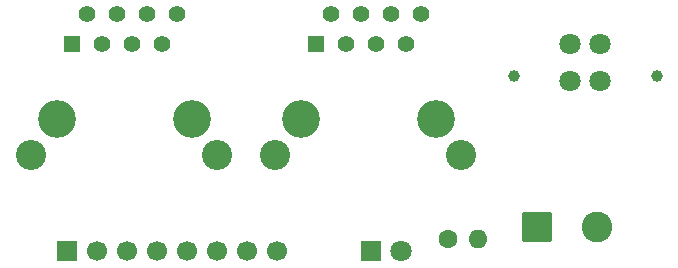
<source format=gbr>
G04 #@! TF.GenerationSoftware,KiCad,Pcbnew,9.0.1*
G04 #@! TF.CreationDate,2025-11-10T23:51:25+01:00*
G04 #@! TF.ProjectId,CAN Tram Adapter,43414e20-5472-4616-9d20-416461707465,rev?*
G04 #@! TF.SameCoordinates,Original*
G04 #@! TF.FileFunction,Soldermask,Top*
G04 #@! TF.FilePolarity,Negative*
%FSLAX46Y46*%
G04 Gerber Fmt 4.6, Leading zero omitted, Abs format (unit mm)*
G04 Created by KiCad (PCBNEW 9.0.1) date 2025-11-10 23:51:25*
%MOMM*%
%LPD*%
G01*
G04 APERTURE LIST*
G04 Aperture macros list*
%AMRoundRect*
0 Rectangle with rounded corners*
0 $1 Rounding radius*
0 $2 $3 $4 $5 $6 $7 $8 $9 X,Y pos of 4 corners*
0 Add a 4 corners polygon primitive as box body*
4,1,4,$2,$3,$4,$5,$6,$7,$8,$9,$2,$3,0*
0 Add four circle primitives for the rounded corners*
1,1,$1+$1,$2,$3*
1,1,$1+$1,$4,$5*
1,1,$1+$1,$6,$7*
1,1,$1+$1,$8,$9*
0 Add four rect primitives between the rounded corners*
20,1,$1+$1,$2,$3,$4,$5,0*
20,1,$1+$1,$4,$5,$6,$7,0*
20,1,$1+$1,$6,$7,$8,$9,0*
20,1,$1+$1,$8,$9,$2,$3,0*%
G04 Aperture macros list end*
%ADD10R,1.700000X1.700000*%
%ADD11C,1.700000*%
%ADD12C,3.200000*%
%ADD13C,2.550000*%
%ADD14C,1.400000*%
%ADD15R,1.400000X1.400000*%
%ADD16C,1.800000*%
%ADD17C,1.000000*%
%ADD18C,1.600000*%
%ADD19O,1.600000X1.600000*%
%ADD20RoundRect,0.250000X-1.050000X-1.050000X1.050000X-1.050000X1.050000X1.050000X-1.050000X1.050000X0*%
%ADD21C,2.600000*%
%ADD22R,1.800000X1.800000*%
G04 APERTURE END LIST*
D10*
X83220000Y-89500000D03*
D11*
X85760000Y-89500000D03*
X88300000Y-89500000D03*
X90840000Y-89500000D03*
X93380000Y-89500000D03*
X95920000Y-89500000D03*
X98460000Y-89500000D03*
X101000000Y-89500000D03*
D12*
X114450000Y-78350000D03*
X103020000Y-78350000D03*
D13*
X116610000Y-81400000D03*
X100860000Y-81400000D03*
D14*
X113180000Y-69460000D03*
X111910000Y-72000000D03*
X110640000Y-69460000D03*
X109370000Y-72000000D03*
X108100000Y-69460000D03*
X106830000Y-72000000D03*
X105560000Y-69460000D03*
D15*
X104290000Y-72000000D03*
D12*
X93770000Y-78350000D03*
X82340000Y-78350000D03*
D13*
X95930000Y-81400000D03*
X80180000Y-81400000D03*
D14*
X92500000Y-69460000D03*
X91230000Y-72000000D03*
X89960000Y-69460000D03*
X88690000Y-72000000D03*
X87420000Y-69460000D03*
X86150000Y-72000000D03*
X84880000Y-69460000D03*
D15*
X83610000Y-72000000D03*
D16*
X128355000Y-75135000D03*
X125805000Y-75135000D03*
X125805000Y-71935000D03*
X128355000Y-71935000D03*
D17*
X133125000Y-74645000D03*
X121085000Y-74645000D03*
D18*
X115460000Y-88500000D03*
D19*
X118000000Y-88500000D03*
D20*
X123000000Y-87500000D03*
D21*
X128080000Y-87500000D03*
D22*
X108960000Y-89500000D03*
D16*
X111500000Y-89500000D03*
M02*

</source>
